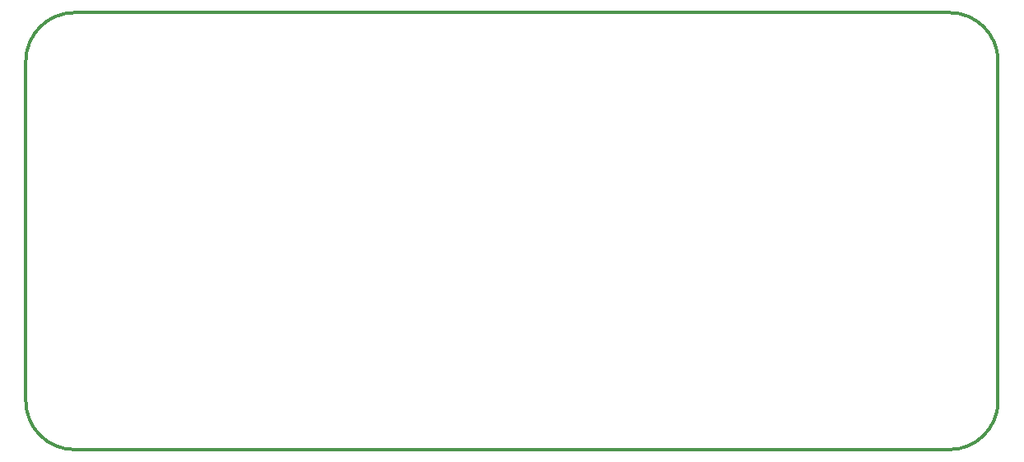
<source format=gbr>
G04 #@! TF.GenerationSoftware,KiCad,Pcbnew,(5.1.6)-1*
G04 #@! TF.CreationDate,2021-04-21T10:00:15-05:00*
G04 #@! TF.ProjectId,GuitarBoard,47756974-6172-4426-9f61-72642e6b6963,rev?*
G04 #@! TF.SameCoordinates,Original*
G04 #@! TF.FileFunction,Profile,NP*
%FSLAX46Y46*%
G04 Gerber Fmt 4.6, Leading zero omitted, Abs format (unit mm)*
G04 Created by KiCad (PCBNEW (5.1.6)-1) date 2021-04-21 10:00:15*
%MOMM*%
%LPD*%
G01*
G04 APERTURE LIST*
G04 #@! TA.AperFunction,Profile*
%ADD10C,0.300000*%
G04 #@! TD*
G04 APERTURE END LIST*
D10*
X57000000Y-80000000D02*
G75*
G02*
X62000000Y-75000000I5000000J0D01*
G01*
X62000000Y-120000000D02*
G75*
G02*
X57000000Y-115000000I0J5000000D01*
G01*
X157000000Y-115000000D02*
G75*
G02*
X152000000Y-120000000I-5000000J0D01*
G01*
X152000000Y-75000000D02*
G75*
G02*
X157000000Y-80000000I0J-5000000D01*
G01*
X157000000Y-80000000D02*
X157000000Y-115000000D01*
X62000000Y-75000000D02*
X152000000Y-75000000D01*
X62000000Y-120000000D02*
X152000000Y-120000000D01*
X57000000Y-115000000D02*
X57000000Y-80000000D01*
M02*

</source>
